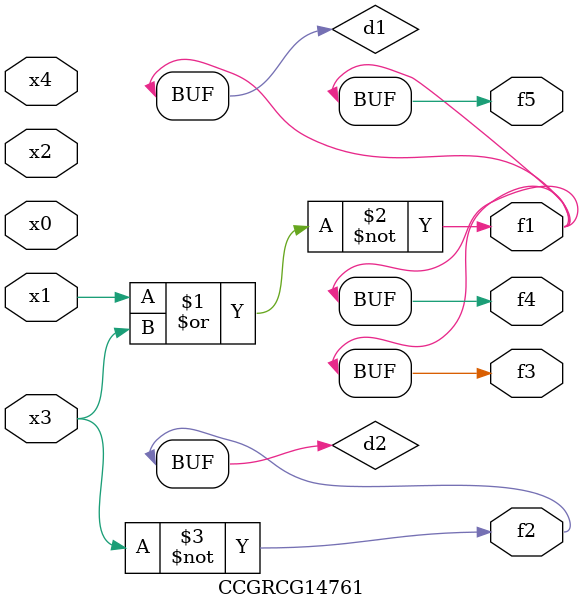
<source format=v>
module CCGRCG14761(
	input x0, x1, x2, x3, x4,
	output f1, f2, f3, f4, f5
);

	wire d1, d2;

	nor (d1, x1, x3);
	not (d2, x3);
	assign f1 = d1;
	assign f2 = d2;
	assign f3 = d1;
	assign f4 = d1;
	assign f5 = d1;
endmodule

</source>
